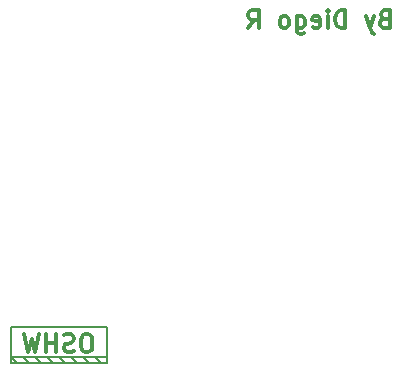
<source format=gbo>
G04 (created by PCBNEW (2013-07-07 BZR 4022)-stable) date 12/07/2014 15:53:44*
%MOIN*%
G04 Gerber Fmt 3.4, Leading zero omitted, Abs format*
%FSLAX34Y34*%
G01*
G70*
G90*
G04 APERTURE LIST*
%ADD10C,0.00590551*%
%ADD11C,0.00787402*%
%ADD12C,0.011811*%
G04 APERTURE END LIST*
G54D10*
G54D11*
X52800Y-38800D02*
X53000Y-39000D01*
X52400Y-38800D02*
X52600Y-39000D01*
X52000Y-38800D02*
X52200Y-39000D01*
X51800Y-39000D02*
X52000Y-39000D01*
X51600Y-38800D02*
X51800Y-39000D01*
X51200Y-38800D02*
X51400Y-39000D01*
X50800Y-38800D02*
X51000Y-39000D01*
X50400Y-38800D02*
X50600Y-39000D01*
X50000Y-38800D02*
X50200Y-39000D01*
X50000Y-38800D02*
X53200Y-38800D01*
X53200Y-37800D02*
X50000Y-37800D01*
X53200Y-39000D02*
X53200Y-37800D01*
X50000Y-39000D02*
X53200Y-39000D01*
X50000Y-37800D02*
X50000Y-39000D01*
G54D12*
X52584Y-38048D02*
X52471Y-38048D01*
X52415Y-38076D01*
X52359Y-38132D01*
X52331Y-38245D01*
X52331Y-38442D01*
X52359Y-38554D01*
X52415Y-38610D01*
X52471Y-38639D01*
X52584Y-38639D01*
X52640Y-38610D01*
X52696Y-38554D01*
X52724Y-38442D01*
X52724Y-38245D01*
X52696Y-38132D01*
X52640Y-38076D01*
X52584Y-38048D01*
X52106Y-38610D02*
X52021Y-38639D01*
X51881Y-38639D01*
X51824Y-38610D01*
X51796Y-38582D01*
X51768Y-38526D01*
X51768Y-38470D01*
X51796Y-38414D01*
X51824Y-38385D01*
X51881Y-38357D01*
X51993Y-38329D01*
X52049Y-38301D01*
X52078Y-38273D01*
X52106Y-38217D01*
X52106Y-38160D01*
X52078Y-38104D01*
X52049Y-38076D01*
X51993Y-38048D01*
X51853Y-38048D01*
X51768Y-38076D01*
X51515Y-38639D02*
X51515Y-38048D01*
X51515Y-38329D02*
X51178Y-38329D01*
X51178Y-38639D02*
X51178Y-38048D01*
X50953Y-38048D02*
X50812Y-38639D01*
X50700Y-38217D01*
X50587Y-38639D01*
X50447Y-38048D01*
X62451Y-27529D02*
X62366Y-27557D01*
X62338Y-27585D01*
X62310Y-27642D01*
X62310Y-27726D01*
X62338Y-27782D01*
X62366Y-27810D01*
X62423Y-27839D01*
X62648Y-27839D01*
X62648Y-27248D01*
X62451Y-27248D01*
X62395Y-27276D01*
X62366Y-27304D01*
X62338Y-27360D01*
X62338Y-27417D01*
X62366Y-27473D01*
X62395Y-27501D01*
X62451Y-27529D01*
X62648Y-27529D01*
X62113Y-27445D02*
X61973Y-27839D01*
X61832Y-27445D02*
X61973Y-27839D01*
X62029Y-27979D01*
X62057Y-28007D01*
X62113Y-28035D01*
X61157Y-27839D02*
X61157Y-27248D01*
X61017Y-27248D01*
X60932Y-27276D01*
X60876Y-27332D01*
X60848Y-27389D01*
X60820Y-27501D01*
X60820Y-27585D01*
X60848Y-27698D01*
X60876Y-27754D01*
X60932Y-27810D01*
X61017Y-27839D01*
X61157Y-27839D01*
X60567Y-27839D02*
X60567Y-27445D01*
X60567Y-27248D02*
X60595Y-27276D01*
X60567Y-27304D01*
X60539Y-27276D01*
X60567Y-27248D01*
X60567Y-27304D01*
X60060Y-27810D02*
X60117Y-27839D01*
X60229Y-27839D01*
X60285Y-27810D01*
X60314Y-27754D01*
X60314Y-27529D01*
X60285Y-27473D01*
X60229Y-27445D01*
X60117Y-27445D01*
X60060Y-27473D01*
X60032Y-27529D01*
X60032Y-27585D01*
X60314Y-27642D01*
X59526Y-27445D02*
X59526Y-27923D01*
X59554Y-27979D01*
X59582Y-28007D01*
X59639Y-28035D01*
X59723Y-28035D01*
X59779Y-28007D01*
X59526Y-27810D02*
X59582Y-27839D01*
X59695Y-27839D01*
X59751Y-27810D01*
X59779Y-27782D01*
X59807Y-27726D01*
X59807Y-27557D01*
X59779Y-27501D01*
X59751Y-27473D01*
X59695Y-27445D01*
X59582Y-27445D01*
X59526Y-27473D01*
X59161Y-27839D02*
X59217Y-27810D01*
X59245Y-27782D01*
X59273Y-27726D01*
X59273Y-27557D01*
X59245Y-27501D01*
X59217Y-27473D01*
X59161Y-27445D01*
X59076Y-27445D01*
X59020Y-27473D01*
X58992Y-27501D01*
X58964Y-27557D01*
X58964Y-27726D01*
X58992Y-27782D01*
X59020Y-27810D01*
X59076Y-27839D01*
X59161Y-27839D01*
X57923Y-27839D02*
X58120Y-27557D01*
X58261Y-27839D02*
X58261Y-27248D01*
X58036Y-27248D01*
X57979Y-27276D01*
X57951Y-27304D01*
X57923Y-27360D01*
X57923Y-27445D01*
X57951Y-27501D01*
X57979Y-27529D01*
X58036Y-27557D01*
X58261Y-27557D01*
M02*

</source>
